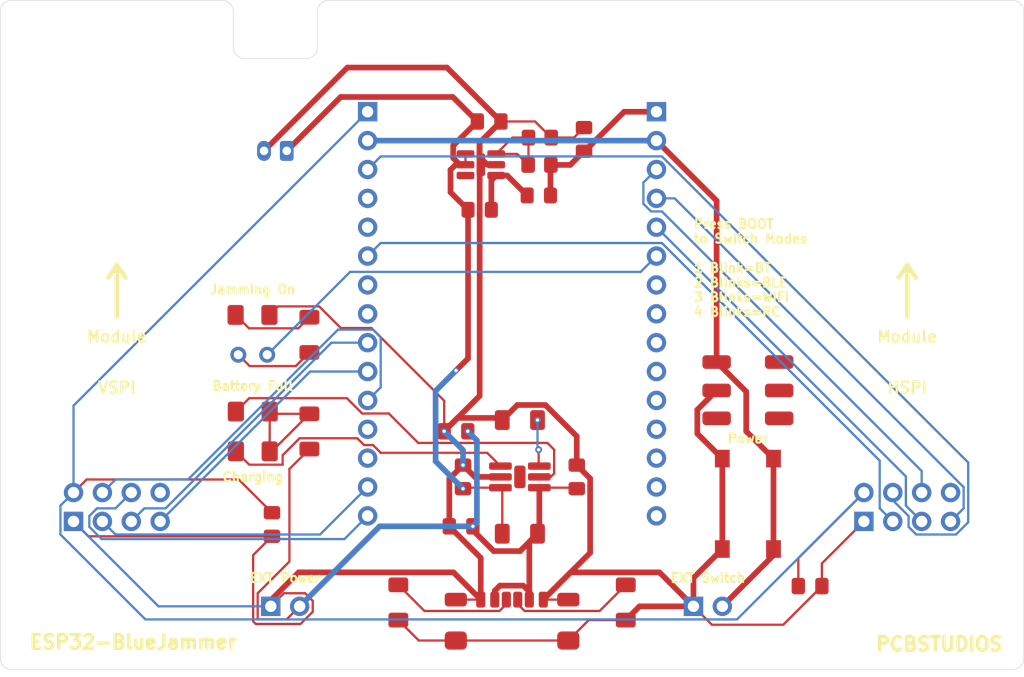
<source format=kicad_pcb>
(kicad_pcb (version 20241229) (generator "pcbnew") (generator_version "9.0")
  (title_block (date "2025-05-23"))
  (layers (0 "F.Cu" signal) (2 "B.Cu" signal) (13 "F.Paste" user) (15 "B.Paste" user) (5 "F.SilkS" user "F.Silkscreen") (7 "B.SilkS" user "B.Silkscreen") (1 "F.Mask" user) (3 "B.Mask" user) (25 "Edge.Cuts" user))
  (net 0 "")
  (net 1 "GND")
  (net 2 "TYPEC")
  (net 3 "5V")
  (net 4 "BAT+")
  (net 5 "3V3")
  (net 6 "Net-(D1-A)")
  (net 7 "Net-(D2-A)")
  (net 8 "STDBY")
  (net 9 "CHRG")
  (net 10 "Net-(D4-A)")
  (net 11 "GPIO22")
  (net 15 "GPIO19")
  (net 17 "GPIO18")
  (net 19 "GPIO21")
  (net 20 "GPIO23")
  (net 21 "GPIO16")
  (net 22 "GPIO15")
  (net 24 "Net-(JP1-A)")
  (net 25 "GPIO27")
  (net 26 "Net-(U5-PROG)")
  (net 27 "Net-(U1-FB)")
  (net 28 "Net-(Type-C1-CC1)")
  (net 29 "Net-(Type-C1-CC2)")
  (net 35 "GPIO14")
  (net 36 "GPIO12")
  (net 37 "GPIO13")
  (net 49 "ESPGND")
  (footprint "Other:R_1206_3216Metric" (layer "F.Cu") (at 126.69 103.86 90)
    (property "Reference" "R8" (hide yes))
    (property "Value" "R_Small")
    (pad "1" smd roundrect (at -1.55 0 90) (size 1.3 1.75) (layers "F.Cu" "F.Mask" "F.Paste") (roundrect_rratio 0.192308) (net 24 "Net-(JP1-A)"))
    (pad "2" smd roundrect (at 1.55 0 90) (size 1.3 1.75) (layers "F.Cu" "F.Mask" "F.Paste") (roundrect_rratio 0.192308) (net 6 "Net-(D1-A)"))
  )
  (footprint "Other:R_1206_3216Metric" (layer "F.Cu") (at 126.69 112.36 -90)
    (property "Reference" "R4" (hide yes))
    (property "Value" "1kΩ")
    (pad "1" smd roundrect (at -1.55 0 270) (size 1.3 1.75) (layers "F.Cu" "F.Mask" "F.Paste") (roundrect_rratio 0.192308) (net 7 "Net-(D2-A)"))
    (pad "2" smd roundrect (at 1.55 0 270) (size 1.3 1.75) (layers "F.Cu" "F.Mask" "F.Paste") (roundrect_rratio 0.192308) (net 2 "TYPEC"))
  )
  (footprint "RF_Module:nRF24L01_Breakout" (layer "F.Cu") (at 105.95 120.28 90)
    (property "Reference" "U3" (hide yes))
    (property "Value" "NRF24L01_2")
    (pad "1" thru_hole rect (at 0 0 90) (size 1.7 1.7) (drill 1) (layers "*.Cu" "*.Mask") (net 1 "GND"))
    (pad "2" thru_hole circle (at 2.54 0 90) (size 1.7 1.7) (drill 1) (layers "*.Cu" "*.Mask") (net 5 "3V3"))
    (pad "3" thru_hole circle (at 0 2.54 90) (size 1.7 1.7) (drill 1) (layers "*.Cu" "*.Mask") (net 11 "GPIO22"))
    (pad "4" thru_hole circle (at 2.54 2.54 90) (size 1.7 1.7) (drill 1) (layers "*.Cu" "*.Mask") (net 19 "GPIO21"))
    (pad "5" thru_hole circle (at 0 5.08 90) (size 1.7 1.7) (drill 1) (layers "*.Cu" "*.Mask") (net 17 "GPIO18"))
    (pad "6" thru_hole circle (at 2.54 5.08 90) (size 1.7 1.7) (drill 1) (layers "*.Cu" "*.Mask") (net 20 "GPIO23"))
    (pad "7" thru_hole circle (at 0 7.62 90) (size 1.7 1.7) (drill 1) (layers "*.Cu" "*.Mask") (net 15 "GPIO19"))
    (pad "8" thru_hole circle (at 2.54 7.62 90) (size 1.7 1.7) (drill 1) (layers "*.Cu" "*.Mask"))
  )
  (footprint "" (layer "F.Cu") (at 145.2 116.36)
    (property "Reference" "" (at 0 0 0) (layer "F.SilkS") (effects (font (size 1.27 1.27))))
    (property "Value" "")
    (pad "1" smd roundrect (at 0 0 90) (size 2 1) (layers "F.Cu" "F.Mask" "F.Paste"))
  )
  (footprint "Other:Button" (layer "F.Cu") (at 165.25 118.73 90)
    (property "Reference" "SW2" (hide yes))
    (property "Value" "SW_Push")
    (pad "1" smd rect (at -3.98 -2.25 90) (size 1.55 1.3) (layers "F.Cu" "F.Mask" "F.Paste") (net 1 "GND"))
    (pad "1" smd rect (at 3.98 -2.25 90) (size 1.55 1.3) (layers "F.Cu" "F.Mask" "F.Paste") (net 1 "GND"))
    (pad "2" smd rect (at -3.98 2.25 90) (size 1.55 1.3) (layers "F.Cu" "F.Mask" "F.Paste") (net 49 "ESPGND"))
    (pad "2" smd rect (at 3.98 2.25 90) (size 1.55 1.3) (layers "F.Cu" "F.Mask" "F.Paste") (net 49 "ESPGND"))
  )
  (footprint "Package_TO_SOT_SMD:SOT-23-6_Handsoldering" (layer "F.Cu") (at 141.765 88.89 180)
    (property "Reference" "U1" (hide yes))
    (property "Value" "MT3608")
    (pad "1" smd roundrect (at -1.35 -0.95 180) (size 1.56 0.65) (layers "F.Cu" "F.Mask" "F.Paste") (net 10 "Net-(D4-A)"))
    (pad "2" smd roundrect (at -1.35 0 180) (size 1.56 0.65) (layers "F.Cu" "F.Mask" "F.Paste") (net 1 "GND"))
    (pad "3" smd roundrect (at -1.35 0.95 180) (size 1.56 0.65) (layers "F.Cu" "F.Mask" "F.Paste") (net 27 "Net-(U1-FB)"))
    (pad "4" smd roundrect (at 1.35 0.95 180) (size 1.56 0.65) (layers "F.Cu" "F.Mask" "F.Paste") (net 4 "BAT+"))
    (pad "5" smd roundrect (at 1.35 0 180) (size 1.56 0.65) (layers "F.Cu" "F.Mask" "F.Paste") (net 4 "BAT+"))
    (pad "6" smd roundrect (at 1.35 -0.95 180) (size 1.56 0.65) (layers "F.Cu" "F.Mask" "F.Paste"))
  )
  (footprint "Resistor_SMD:R_0805_2012Metric_Pad1.20x1.40mm_HandSolder" (layer "F.Cu") (at 146.925 88.905)
    (property "Reference" "R7" (hide yes))
    (property "Value" "110k")
    (pad "1" smd roundrect (at -1 0) (size 1.2 1.4) (layers "F.Cu" "F.Mask" "F.Paste") (roundrect_rratio 0.208333) (net 27 "Net-(U1-FB)"))
    (pad "2" smd roundrect (at 1 0) (size 1.2 1.4) (layers "F.Cu" "F.Mask" "F.Paste") (roundrect_rratio 0.208333) (net 3 "5V"))
  )
  (footprint "Other:MSS-22D18 Slide Switch" (layer "F.Cu") (at 165.25 108.755)
    (property "Reference" "SW1" (hide yes))
    (property "Value" "SW_Slide_DPDT")
    (pad "1" smd roundrect (at -2.75 -2.5) (size 2.5 1.2) (layers "F.Cu" "F.Mask" "F.Paste") (net 49 "ESPGND"))
    (pad "2" smd roundrect (at -2.75 0) (size 2.5 1.2) (layers "F.Cu" "F.Mask" "F.Paste") (net 1 "GND"))
    (pad "3" smd roundrect (at -2.75 2.45) (size 2.5 1.2) (layers "F.Cu" "F.Mask" "F.Paste"))
    (pad "4" smd roundrect (at 2.75 -2.5) (size 2.5 1.2) (layers "F.Cu" "F.Mask" "F.Paste"))
    (pad "5" smd roundrect (at 2.75 0) (size 2.5 1.2) (layers "F.Cu" "F.Mask" "F.Paste"))
    (pad "6" smd roundrect (at 2.75 2.45) (size 2.5 1.2) (layers "F.Cu" "F.Mask" "F.Paste"))
  )
  (footprint "Other:Cap_0805_2012Metric" (layer "F.Cu") (at 140.2 116.36 -90)
    (property "Reference" "C9" (hide yes))
    (property "Value" "10µF")
    (pad "1" smd roundrect (at -1.0375 0 270) (size 1.175 1.45) (layers "F.Cu" "F.Mask" "F.Paste") (roundrect_rratio 0.212766) (net 1 "GND"))
    (pad "2" smd roundrect (at 1.0375 0 270) (size 1.175 1.45) (layers "F.Cu" "F.Mask" "F.Paste") (roundrect_rratio 0.212766) (net 4 "BAT+"))
  )
  (footprint "LED_SMD:LED_1206_3216Metric_Pad1.42x1.75mm_HandSolder" (layer "F.Cu") (at 121.7125 114.11)
    (property "Reference" "D3" (hide yes))
    (property "Value" "Red LED")
    (pad "1" smd roundrect (at -1.4875 0) (size 1.425 1.75) (layers "F.Cu" "F.Mask" "F.Paste") (roundrect_rratio 0.175439) (net 9 "CHRG"))
    (pad "2" smd roundrect (at 1.4875 0) (size 1.425 1.75) (layers "F.Cu" "F.Mask" "F.Paste") (roundrect_rratio 0.175439) (net 7 "Net-(D2-A)"))
  )
  (footprint "Inductor_SMD:L_0805_2012Metric_Pad1.15x1.40mm_HandSolder" (layer "F.Cu") (at 141.665 92.855)
    (property "Reference" "L1" (hide yes))
    (property "Value" "4.7µH")
    (pad "1" smd roundrect (at -1.025 0) (size 1.15 1.4) (layers "F.Cu" "F.Mask" "F.Paste") (roundrect_rratio 0.217391) (net 4 "BAT+"))
    (pad "2" smd roundrect (at 1.025 0) (size 1.15 1.4) (layers "F.Cu" "F.Mask" "F.Paste") (roundrect_rratio 0.217391) (net 10 "Net-(D4-A)"))
  )
  (footprint "Other:Cap_0805_2012Metric" (layer "F.Cu") (at 142.495 85.085)
    (property "Reference" "C6" (hide yes))
    (property "Value" "22µF")
    (pad "1" smd roundrect (at -1.0375 0) (size 1.175 1.45) (layers "F.Cu" "F.Mask" "F.Paste") (roundrect_rratio 0.212766) (net 4 "BAT+"))
    (pad "2" smd roundrect (at 1.0375 0) (size 1.175 1.45) (layers "F.Cu" "F.Mask" "F.Paste") (roundrect_rratio 0.212766) (net 1 "GND"))
  )
  (footprint "Other:R_1206_3216Metric" (layer "F.Cu") (at 134.51 127.41 90)
    (property "Reference" "R9" (hide yes))
    (property "Value" "5.1kΩ")
    (pad "1" smd roundrect (at -1.55 0 90) (size 1.3 1.75) (layers "F.Cu" "F.Mask" "F.Paste") (roundrect_rratio 0.192308) (net 1 "GND"))
    (pad "2" smd roundrect (at 1.55 0 90) (size 1.3 1.75) (layers "F.Cu" "F.Mask" "F.Paste") (roundrect_rratio 0.192308) (net 28 "Net-(Type-C1-CC1)"))
  )
  (footprint "Other:Cap_0805_2012Metric" (layer "F.Cu") (at 170.72 125.97 180)
    (property "Reference" "C7" (hide yes))
    (property "Value" "10µF")
    (pad "1" smd roundrect (at -1.0375 0 180) (size 1.175 1.45) (layers "F.Cu" "F.Mask" "F.Paste") (roundrect_rratio 0.212766) (net 1 "GND"))
    (pad "2" smd roundrect (at 1.0375 0 180) (size 1.175 1.45) (layers "F.Cu" "F.Mask" "F.Paste") (roundrect_rratio 0.212766) (net 5 "3V3"))
  )
  (footprint "Connector_PinHeader_2.54mm:PinHeader_1x02_P2.54mm_Vertical" (layer "F.Cu") (at 160.463 127.75 90)
    (property "Reference" "J1" (hide yes))
    (property "Value" "Conn_01x02_Pin")
    (pad "1" thru_hole rect (at 0 0 90) (size 1.7 1.7) (drill 1) (layers "*.Cu" "*.Mask") (net 1 "GND"))
    (pad "2" thru_hole circle (at 0 2.54 90) (size 1.7 1.7) (drill 1) (layers "*.Cu" "*.Mask") (net 49 "ESPGND"))
  )
  (footprint "LED_SMD:LED_1206_3216Metric_Pad1.42x1.75mm_HandSolder" (layer "F.Cu") (at 121.69 102.11 180)
    (property "Reference" "D1" (hide yes))
    (property "Value" "Blue LED")
    (pad "1" smd roundrect (at -1.4875 0 180) (size 1.425 1.75) (layers "F.Cu" "F.Mask" "F.Paste") (roundrect_rratio 0.175439) (net 1 "GND"))
    (pad "2" smd roundrect (at 1.4875 0 180) (size 1.425 1.75) (layers "F.Cu" "F.Mask" "F.Paste") (roundrect_rratio 0.175439) (net 6 "Net-(D1-A)"))
  )
  (footprint "Other:Cap_0805_2012Metric" (layer "F.Cu") (at 140.03 120.7075 180)
    (property "Reference" "C4" (hide yes))
    (property "Value" "22µF")
    (pad "1" smd roundrect (at -1.0375 0 180) (size 1.175 1.45) (layers "F.Cu" "F.Mask" "F.Paste") (roundrect_rratio 0.212766) (net 2 "TYPEC"))
    (pad "2" smd roundrect (at 1.0375 0 180) (size 1.175 1.45) (layers "F.Cu" "F.Mask" "F.Paste") (roundrect_rratio 0.212766) (net 1 "GND"))
  )
  (footprint "Package_TO_SOT_SMD:TSOT-23-6_HandSoldering" (layer "F.Cu") (at 145.2 116.36)
    (property "Reference" "U5" (hide yes))
    (property "Value" "TP4057")
    (pad "1" smd roundrect (at -1.71 -0.95) (size 2 0.65) (layers "F.Cu" "F.Mask" "F.Paste") (net 9 "CHRG"))
    (pad "2" smd roundrect (at -1.71 0) (size 2 0.65) (layers "F.Cu" "F.Mask" "F.Paste") (net 1 "GND"))
    (pad "3" smd roundrect (at -1.71 0.95) (size 2 0.65) (layers "F.Cu" "F.Mask" "F.Paste") (net 4 "BAT+"))
    (pad "4" smd roundrect (at 1.71 0.95) (size 2 0.65) (layers "F.Cu" "F.Mask" "F.Paste") (net 2 "TYPEC"))
    (pad "5" smd roundrect (at 1.71 0) (size 2 0.65) (layers "F.Cu" "F.Mask" "F.Paste") (net 8 "STDBY"))
    (pad "6" smd roundrect (at 1.71 -0.95) (size 2 0.65) (layers "F.Cu" "F.Mask" "F.Paste") (net 26 "Net-(U5-PROG)"))
  )
  (footprint "Other:Cap_0805_2012Metric" (layer "F.Cu") (at 150.2 116.36 90)
    (property "Reference" "C3" (hide yes))
    (property "Value" "10µF")
    (pad "1" smd roundrect (at -1.0375 0 90) (size 1.175 1.45) (layers "F.Cu" "F.Mask" "F.Paste") (roundrect_rratio 0.212766) (net 2 "TYPEC"))
    (pad "2" smd roundrect (at 1.0375 0 90) (size 1.175 1.45) (layers "F.Cu" "F.Mask" "F.Paste") (roundrect_rratio 0.212766) (net 1 "GND"))
  )
  (footprint "Other:Cap_0805_2012Metric" (layer "F.Cu") (at 139.58 112.3475)
    (property "Reference" "C10" (hide yes))
    (property "Value" "1µF")
    (pad "1" smd roundrect (at -1.0375 0) (size 1.175 1.45) (layers "F.Cu" "F.Mask" "F.Paste") (roundrect_rratio 0.212766) (net 1 "GND"))
    (pad "2" smd roundrect (at 1.0375 0) (size 1.175 1.45) (layers "F.Cu" "F.Mask" "F.Paste") (roundrect_rratio 0.212766) (net 2 "TYPEC"))
  )
  (footprint "Connector_JST:JST_PH_S2B-PH-K_1x02_P2.00mm_Horizontal" (layer "F.Cu") (at 124.7 87.67 180)
    (property "Reference" "J2" (hide yes))
    (property "Value" "Conn_01x02_Socket")
    (pad "1" thru_hole roundrect (at 0 0 180) (size 1.2 1.75) (drill 0.75) (layers "*.Cu" "*.Mask") (roundrect_rratio 0.208333) (net 4 "BAT+"))
    (pad "2" thru_hole oval (at 2 0 180) (size 1.2 1.75) (drill 0.75) (layers "*.Cu" "*.Mask") (net 1 "GND"))
  )
  (footprint "LED_SMD:LED_1206_3216Metric_Pad1.42x1.75mm_HandSolder" (layer "F.Cu") (at 121.7125 110.61)
    (property "Reference" "D2" (hide yes))
    (property "Value" "Green LED")
    (pad "1" smd roundrect (at -1.4875 0) (size 1.425 1.75) (layers "F.Cu" "F.Mask" "F.Paste") (roundrect_rratio 0.175439) (net 8 "STDBY"))
    (pad "2" smd roundrect (at 1.4875 0) (size 1.425 1.75) (layers "F.Cu" "F.Mask" "F.Paste") (roundrect_rratio 0.175439) (net 7 "Net-(D2-A)"))
  )
  (footprint "Resistor_SMD:R_0805_2012Metric_Pad1.20x1.40mm_HandSolder" (layer "F.Cu") (at 146.955 86.505 180)
    (property "Reference" "R11" (hide yes))
    (property "Value" "15k")
    (pad "1" smd roundrect (at -1 0 180) (size 1.2 1.4) (layers "F.Cu" "F.Mask" "F.Paste") (roundrect_rratio 0.208333) (net 1 "GND"))
    (pad "2" smd roundrect (at 1 0 180) (size 1.2 1.4) (layers "F.Cu" "F.Mask" "F.Paste") (roundrect_rratio 0.208333) (net 27 "Net-(U1-FB)"))
  )
  (footprint "Other:Cap_0805_2012Metric" (layer "F.Cu") (at 123.4 120.55 90)
    (property "Reference" "C8" (hide yes))
    (property "Value" "10µF")
    (pad "1" smd roundrect (at -1.0375 0 90) (size 1.175 1.45) (layers "F.Cu" "F.Mask" "F.Paste") (roundrect_rratio 0.212766) (net 1 "GND"))
    (pad "2" smd roundrect (at 1.0375 0 90) (size 1.175 1.45) (layers "F.Cu" "F.Mask" "F.Paste") (roundrect_rratio 0.212766) (net 5 "3V3"))
  )
  (footprint "" (layer "F.Cu") (at 141.765 88.89)
    (property "Reference" "" (at 0 0 0) (layer "F.SilkS") (effects (font (size 1.27 1.27))))
    (property "Value" "")
    (pad "1" smd roundrect (at 0 0 90) (size 2 0.74) (layers "F.Cu" "F.Mask" "F.Paste") (net 1 "GND"))
  )
  (footprint "Other:R_1206_3216Metric" (layer "F.Cu") (at 154.51 127.41 -90)
    (property "Reference" "R10" (hide yes))
    (property "Value" "5.1kΩ")
    (pad "1" smd roundrect (at -1.55 0 270) (size 1.3 1.75) (layers "F.Cu" "F.Mask" "F.Paste") (roundrect_rratio 0.192308) (net 29 "Net-(Type-C1-CC2)"))
    (pad "2" smd roundrect (at 1.55 0 270) (size 1.3 1.75) (layers "F.Cu" "F.Mask" "F.Paste") (roundrect_rratio 0.192308) (net 1 "GND"))
  )
  (footprint "Other:Cap_0805_2012Metric" (layer "F.Cu") (at 150.84 86.66 -90)
    (property "Reference" "C5" (hide yes))
    (property "Value" "22µF")
    (pad "1" smd roundrect (at -1.0375 0 270) (size 1.175 1.45) (layers "F.Cu" "F.Mask" "F.Paste") (roundrect_rratio 0.212766) (net 1 "GND"))
    (pad "2" smd roundrect (at 1.0375 0 270) (size 1.175 1.45) (layers "F.Cu" "F.Mask" "F.Paste") (roundrect_rratio 0.212766) (net 3 "5V"))
  )
  (footprint "TestPoint:TestPoint_2Pads_Pitch2.54mm_Drill0.8mm" (layer "F.Cu") (at 120.44 105.61)
    (property "Reference" "JP1" (hide yes))
    (property "Value" "Jumper_2_Open")
    (pad "1" thru_hole circle (at 0 0) (size 1.4 1.4) (drill 0.8) (layers "*.Cu" "*.Mask") (net 24 "Net-(JP1-A)"))
    (pad "2" thru_hole circle (at 2.54 0) (size 1.4 1.4) (drill 0.8) (layers "*.Cu" "*.Mask") (net 25 "GPIO27"))
  )
  (footprint "Other:R_1206_3216Metric" (layer "F.Cu") (at 145.2 111.36)
    (property "Reference" "R6" (hide yes))
    (property "Value" "1.6kΩ")
    (pad "1" smd roundrect (at -1.55 0) (size 1.3 1.75) (layers "F.Cu" "F.Mask" "F.Paste") (roundrect_rratio 0.192308) (net 1 "GND"))
    (pad "2" smd roundrect (at 1.55 0) (size 1.3 1.75) (layers "F.Cu" "F.Mask" "F.Paste") (roundrect_rratio 0.192308) (net 26 "Net-(U5-PROG)"))
  )
  (footprint "Diode_SMD:D_0805_2012Metric_Pad1.15x1.40mm_HandSolder" (layer "F.Cu") (at 146.865 91.595 180)
    (property "Reference" "D4" (hide yes))
    (property "Value" "D")
    (pad "1" smd roundrect (at -1.025 0 180) (size 1.15 1.4) (layers "F.Cu" "F.Mask" "F.Paste") (roundrect_rratio 0.217391) (net 3 "5V"))
    (pad "2" smd roundrect (at 1.025 0 180) (size 1.15 1.4) (layers "F.Cu" "F.Mask" "F.Paste") (roundrect_rratio 0.217391) (net 10 "Net-(D4-A)"))
  )
  (footprint "Connector_PinHeader_2.54mm:PinHeader_1x02_P2.54mm_Vertical" (layer "F.Cu") (at 123.295 127.75 90)
    (property "Reference" "J3" (hide yes))
    (property "Value" "Conn_01x02_Pin")
    (pad "1" thru_hole rect (at 0 0 90) (size 1.7 1.7) (drill 1) (layers "*.Cu" "*.Mask") (net 1 "GND"))
    (pad "2" thru_hole circle (at 0 2.54 90) (size 1.7 1.7) (drill 1) (layers "*.Cu" "*.Mask") (net 2 "TYPEC"))
  )
  (footprint "Other:R_1206_3216Metric" (layer "F.Cu") (at 145.2 121.36)
    (property "Reference" "R5" (hide yes))
    (property "Value" "100kΩ")
    (pad "1" smd roundrect (at -1.55 0) (size 1.3 1.75) (layers "F.Cu" "F.Mask" "F.Paste") (roundrect_rratio 0.192308) (net 4 "BAT+"))
    (pad "2" smd roundrect (at 1.55 0) (size 1.3 1.75) (layers "F.Cu" "F.Mask" "F.Paste") (roundrect_rratio 0.192308) (net 2 "TYPEC"))
  )
  (footprint "Other:30 Pin ESP32 Dev Board" (layer "F.Cu") (at 144.51 102.01)
    (property "Reference" "ESP1" (hide yes))
    (property "Value" "~")
    (pad "1" thru_hole rect (at -12.7 -17.78) (size 1.7 1.7) (drill 1) (layers "*.Cu" "*.Mask") (net 5 "3V3"))
    (pad "2" thru_hole circle (at -12.7 -15.24) (size 1.7 1.7) (drill 1) (layers "*.Cu" "*.Mask") (net 49 "ESPGND"))
    (pad "3" thru_hole circle (at -12.7 -12.7) (size 1.7 1.7) (drill 1) (layers "*.Cu" "*.Mask") (net 22 "GPIO15"))
    (pad "4" thru_hole circle (at -12.7 -10.16) (size 1.7 1.7) (drill 1) (layers "*.Cu" "*.Mask"))
    (pad "5" thru_hole circle (at -12.7 -7.62) (size 1.7 1.7) (drill 1) (layers "*.Cu" "*.Mask"))
    (pad "6" thru_hole circle (at -12.7 -5.08) (size 1.7 1.7) (drill 1) (layers "*.Cu" "*.Mask") (net 21 "GPIO16"))
    (pad "7" thru_hole circle (at -12.7 -2.54) (size 1.7 1.7) (drill 1) (layers "*.Cu" "*.Mask"))
    (pad "8" thru_hole circle (at -12.7 0) (size 1.7 1.7) (drill 1) (layers "*.Cu" "*.Mask"))
    (pad "9" thru_hole circle (at -12.7 2.54) (size 1.7 1.7) (drill 1) (layers "*.Cu" "*.Mask") (net 17 "GPIO18"))
    (pad "10" thru_hole circle (at -12.7 5.08) (size 1.7 1.7) (drill 1) (layers "*.Cu" "*.Mask") (net 15 "GPIO19"))
    (pad "11" thru_hole circle (at -12.7 7.62) (size 1.7 1.7) (drill 1) (layers "*.Cu" "*.Mask") (net 19 "GPIO21"))
    (pad "12" thru_hole circle (at -12.7 10.16) (size 1.7 1.7) (drill 1) (layers "*.Cu" "*.Mask"))
    (pad "13" thru_hole circle (at -12.7 12.7) (size 1.7 1.7) (drill 1) (layers "*.Cu" "*.Mask"))
    (pad "14" thru_hole circle (at -12.7 15.24) (size 1.7 1.7) (drill 1) (layers "*.Cu" "*.Mask") (net 11 "GPIO22"))
    (pad "15" thru_hole circle (at -12.7 17.78) (size 1.7 1.7) (drill 1) (layers "*.Cu" "*.Mask") (net 20 "GPIO23"))
    (pad "16" thru_hole rect (at 12.7 -17.78) (size 1.7 1.7) (drill 1) (layers "*.Cu" "*.Mask") (net 3 "5V"))
    (pad "17" thru_hole circle (at 12.7 -15.24) (size 1.7 1.7) (drill 1) (layers "*.Cu" "*.Mask") (net 49 "ESPGND"))
    (pad "18" thru_hole circle (at 12.7 -12.7) (size 1.7 1.7) (drill 1) (layers "*.Cu" "*.Mask") (net 37 "GPIO13"))
    (pad "19" thru_hole circle (at 12.7 -10.16) (size 1.7 1.7) (drill 1) (layers "*.Cu" "*.Mask") (net 36 "GPIO12"))
    (pad "20" thru_hole circle (at 12.7 -7.62) (size 1.7 1.7) (drill 1) (layers "*.Cu" "*.Mask") (net 35 "GPIO14"))
    (pad "21" thru_hole circle (at 12.7 -5.08) (size 1.7 1.7) (drill 1) (layers "*.Cu" "*.Mask") (net 25 "GPIO27"))
    (pad "22" thru_hole circle (at 12.7 -2.54) (size 1.7 1.7) (drill 1) (layers "*.Cu" "*.Mask"))
    (pad "23" thru_hole circle (at 12.7 0) (size 1.7 1.7) (drill 1) (layers "*.Cu" "*.Mask"))
    (pad "24" thru_hole circle (at 12.7 2.54) (size 1.7 1.7) (drill 1) (layers "*.Cu" "*.Mask"))
    (pad "25" thru_hole circle (at 12.7 5.08) (size 1.7 1.7) (drill 1) (layers "*.Cu" "*.Mask"))
    (pad "26" thru_hole circle (at 12.7 7.62) (size 1.7 1.7) (drill 1) (layers "*.Cu" "*.Mask"))
    (pad "27" thru_hole circle (at 12.7 10.16) (size 1.7 1.7) (drill 1) (layers "*.Cu" "*.Mask"))
    (pad "28" thru_hole circle (at 12.7 12.7) (size 1.7 1.7) (drill 1) (layers "*.Cu" "*.Mask"))
    (pad "29" thru_hole circle (at 12.7 15.24) (size 1.7 1.7) (drill 1) (layers "*.Cu" "*.Mask"))
    (pad "30" thru_hole circle (at 12.7 17.78) (size 1.7 1.7) (drill 1) (layers "*.Cu" "*.Mask"))
  )
  (footprint "RF_Module:nRF24L01_Breakout" (layer "F.Cu") (at 175.45 120.28 90)
    (property "Reference" "U2" (hide yes))
    (property "Value" "NRF24L01_1")
    (pad "1" thru_hole rect (at 0 0 90) (size 1.7 1.7) (drill 1) (layers "*.Cu" "*.Mask") (net 1 "GND"))
    (pad "2" thru_hole circle (at 2.54 0 90) (size 1.7 1.7) (drill 1) (layers "*.Cu" "*.Mask") (net 5 "3V3"))
    (pad "3" thru_hole circle (at 0 2.54 90) (size 1.7 1.7) (drill 1) (layers "*.Cu" "*.Mask") (net 21 "GPIO16"))
    (pad "4" thru_hole circle (at 2.54 2.54 90) (size 1.7 1.7) (drill 1) (layers "*.Cu" "*.Mask") (net 22 "GPIO15"))
    (pad "5" thru_hole circle (at 0 5.08 90) (size 1.7 1.7) (drill 1) (layers "*.Cu" "*.Mask") (net 35 "GPIO14"))
    (pad "6" thru_hole circle (at 2.54 5.08 90) (size 1.7 1.7) (drill 1) (layers "*.Cu" "*.Mask") (net 37 "GPIO13"))
    (pad "7" thru_hole circle (at 0 7.62 90) (size 1.7 1.7) (drill 1) (layers "*.Cu" "*.Mask") (net 36 "GPIO12"))
    (pad "8" thru_hole circle (at 2.54 7.62 90) (size 1.7 1.7) (drill 1) (layers "*.Cu" "*.Mask"))
  )
  (footprint "Other:SMD Type-C Port" (layer "F.Cu") (at 144.51 128.91)
    (property "Reference" "Type-C1" (hide yes))
    (property "Value" "~")
    (pad "1" smd roundrect (at -4.945 -1.75) (size 1.95 1.2) (layers "F.Cu" "F.Mask" "F.Paste") (net 1 "GND"))
    (pad "1" smd roundrect (at -4.945 1.85) (size 1.95 1.6) (layers "F.Cu" "F.Mask" "F.Paste") (net 1 "GND"))
    (pad "1" smd roundrect (at -2.75 -1.75) (size 0.8 1.4) (layers "F.Cu" "F.Mask" "F.Paste") (net 1 "GND"))
    (pad "1" smd roundrect (at 2.75 -1.75) (size 0.8 1.4) (layers "F.Cu" "F.Mask" "F.Paste") (net 1 "GND"))
    (pad "1" smd roundrect (at 4.945 -1.75) (size 1.95 1.2) (layers "F.Cu" "F.Mask" "F.Paste") (net 1 "GND"))
    (pad "1" smd roundrect (at 4.945 1.85) (size 1.95 1.6) (layers "F.Cu" "F.Mask" "F.Paste") (net 1 "GND"))
    (pad "2" smd roundrect (at -1.52 -1.75) (size 0.8 1.4) (layers "F.Cu" "F.Mask" "F.Paste") (net 2 "TYPEC"))
    (pad "2" smd roundrect (at 1.52 -1.75) (size 0.8 1.4) (layers "F.Cu" "F.Mask" "F.Paste") (net 2 "TYPEC"))
    (pad "3" smd roundrect (at -0.5 -1.75) (size 0.8 1.4) (layers "F.Cu" "F.Mask" "F.Paste") (net 28 "Net-(Type-C1-CC1)"))
    (pad "4" smd roundrect (at 0.5 -1.75) (size 0.8 1.4) (layers "F.Cu" "F.Mask" "F.Paste") (net 29 "Net-(Type-C1-CC2)"))
  )
  (gr_arc (start 119 74.42) (mid 119.707107 74.712893) (end 120 75.42) (stroke (width 0.05)) (layer "Edge.Cuts"))
  (gr_arc (start 100.51 133.33) (mid 99.802893 133.037107) (end 99.51 132.33) (stroke (width 0.05)) (layer "Edge.Cuts"))
  (gr_arc (start 99.51 75.42) (mid 99.802893 74.712893) (end 100.51 74.42) (stroke (width 0.05)) (layer "Edge.Cuts"))
  (gr_arc (start 189.51 132.33) (mid 189.217107 133.037107) (end 188.51 133.33) (stroke (width 0.05)) (layer "Edge.Cuts"))
  (gr_arc (start 127.4 75.42) (mid 127.692893 74.712893) (end 128.4 74.42) (stroke (width 0.05)) (layer "Edge.Cuts"))
  (gr_line (start 189.51 132.33) (end 189.51 75.42) (stroke (width 0.05)) (layer "Edge.Cuts"))
  (gr_line (start 119 74.42) (end 100.51 74.42) (stroke (width 0.05)) (layer "Edge.Cuts"))
  (gr_arc (start 121 79.55) (mid 120.292893 79.257107) (end 120 78.55) (stroke (width 0.05)) (layer "Edge.Cuts"))
  (gr_arc (start 127.4 78.55) (mid 127.107107 79.257107) (end 126.4 79.55) (stroke (width 0.05)) (layer "Edge.Cuts"))
  (gr_line (start 120 75.42) (end 120 78.55) (stroke (width 0.05)) (layer "Edge.Cuts"))
  (gr_line (start 188.51 74.42) (end 128.4 74.42) (stroke (width 0.05)) (layer "Edge.Cuts"))
  (gr_line (start 100.51 133.33) (end 188.51 133.33) (stroke (width 0.05)) (layer "Edge.Cuts"))
  (gr_line (start 99.51 75.42) (end 99.51 132.33) (stroke (width 0.05)) (layer "Edge.Cuts"))
  (gr_line (start 127.4 75.42) (end 127.4 78.55) (stroke (width 0.05)) (layer "Edge.Cuts"))
  (gr_arc (start 188.51 74.42) (mid 189.217107 74.712893) (end 189.51 75.42) (stroke (width 0.05)) (layer "Edge.Cuts"))
  (gr_line (start 126.4 79.55) (end 121 79.55) (stroke (width 0.05)) (layer "Edge.Cuts"))
  (gr_text "HSPI" (at 179.26 108.51 0) (layer "F.SilkS") (effects (font (size 1 1) (thickness 0.2) (bold yes))))
  (gr_text "EXT Power" (at 124.57 125.25 0) (layer "F.SilkS") (effects (font (size 0.8 0.8) (thickness 0.1875) (bold yes))))
  (gr_text "VSPI" (at 109.76 108.51 0) (layer "F.SilkS") (effects (font (size 1 1) (thickness 0.2) (bold yes))))
  (gr_text "Battery Full" (at 121.7125 108.36 0) (layer "F.SilkS") (effects (font (size 0.8 0.8) (thickness 0.1875) (bold yes))))
  (gr_text "↑" (at 109.76 99.51 0) (layer "F.SilkS") (effects (font (size 6 4) (thickness 0.4))))
  (gr_text "Power" (at 165.25 112.98 0) (layer "F.SilkS") (effects (font (size 0.8 0.8) (thickness 0.1875) (bold yes))))
  (gr_text "Module" (at 179.26 104.01 0) (layer "F.SilkS") (effects (font (size 1 1) (thickness 0.2) (bold yes))))
  (gr_text "ESP32-BlueJammer" (at 111.18 130.9 0) (layer "F.SilkS") (effects (font (size 1.2 1.2) (thickness 0.3) (bold yes))))
  (gr_text "Module" (at 109.76 104.01 0) (layer "F.SilkS") (effects (font (size 1 1) (thickness 0.2) (bold yes))))
  (gr_text "PCBSTUDIOS" (at 182.08 131.07 0) (layer "F.SilkS") (effects (font (size 1.2 1.2) (thickness 0.3) (bold yes))))
  (gr_text "Charging" (at 121.7125 116.36 0) (layer "F.SilkS") (effects (font (size 0.8 0.8) (thickness 0.1875) (bold yes))))
  (gr_text "Press BOOT \nto Switch Modes\n\n1 Blink=BT\n2 Blinks=BLE\n3 Blinks=WiFi\n4 Blinks=RC" (at 160.4 97.97 0) (layer "F.SilkS") (effects (font (size 0.8 0.8) (thickness 0.1875) (bold yes)) (justify left)))
  (gr_text "EXT Switch" (at 161.738 125.25 0) (layer "F.SilkS") (effects (font (size 0.8 0.8) (thickness 0.1875) (bold yes))))
  (gr_text "↑" (at 179.26 99.51 0) (layer "F.SilkS") (effects (font (size 6 4) (thickness 0.4))))
  (gr_text "Jamming On" (at 121.7125 99.86 0) (layer "F.SilkS") (effects (font (size 0.8 0.8) (thickness 0.1875) (bold yes))))
  (segment (start 143.115 88.89) (end 142.335001 88.89) (width 0.5) (layer "F.Cu") (net 1))
  (segment (start 141.665 109.225) (end 138.5425 112.3475) (width 0.5) (layer "F.Cu") (net 1))
  (segment (start 160.463 125.247) (end 163 122.71) (width 0.5) (layer "F.Cu") (net 1))
  (segment (start 107.2575 121.5875) (end 105.95 120.28) (width 0.2) (layer "F.Cu") (net 1))
  (segment (start 138.9925 120.7075) (end 138.9925 116.53) (width 0.5) (layer "F.Cu") (net 1))
  (segment (start 155.72 127.75) (end 154.51 128.96) (width 0.5) (layer "F.Cu") (net 1))
  (segment (start 163 114.75) (end 160.799 112.549) (width 0.5) (layer "F.Cu") (net 1))
  (segment (start 139.565 130.76) (end 136.31 130.76) (width 0.2) (layer "F.Cu") (net 1))
  (segment (start 121.743 129.0671) (end 121.9779 129.302) (width 0.2) (layer "F.Cu") (net 1))
  (segment (start 143.6115 111.3215) (end 143.65 111.36) (width 0.2) (layer "F.Cu") (net 1))
  (segment (start 125.751 124.759) (end 123.295 127.215) (width 0.5) (layer "F.Cu") (net 1))
  (segment (start 140.2 115.3225) (end 141.2375 116.36) (width 0.5) (layer "F.Cu") (net 1))
  (segment (start 151.376 116.4985) (end 150.2 115.3225) (width 0.5) (layer "F.Cu") (net 1))
  (segment (start 149.9575 86.505) (end 150.84 85.6225) (width 0.2) (layer "F.Cu") (net 1))
  (segment (start 151.376 123.044) (end 151.376 116.4985) (width 0.5) (layer "F.Cu") (net 1))
  (segment (start 125.91076 129.302) (end 126.986 128.22676) (width 0.2) (layer "F.Cu") (net 1))
  (segment (start 147.955 86.505) (end 149.9575 86.505) (width 0.2) (layer "F.Cu") (net 1))
  (segment (start 141.76 127.16) (end 139.359 124.759) (width 0.5) (layer "F.Cu") (net 1))
  (segment (start 154.51 128.96) (end 151.255 128.96) (width 0.2) (layer "F.Cu") (net 1))
  (segment (start 126.986 128.22676) (end 126.986 127.27324) (width 0.2) (layer "F.Cu") (net 1))
  (segment (start 126.31176 126.599) (end 124.446 126.599) (width 0.2) (layer "F.Cu") (net 1))
  (segment (start 150.2 112.786708) (end 147.447292 110.034) (width 0.5) (layer "F.Cu") (net 1))
  (segment (start 142.335001 88.89) (end 141.646 88.200999) (width 0.5) (layer "F.Cu") (net 1))
  (segment (start 138.5425 112.3475) (end 139.7185 111.1715) (width 0.5) (layer "F.Cu") (net 1))
  (segment (start 171.7575 125.97) (end 171.7575 123.9725) (width 0.2) (layer "F.Cu") (net 1))
  (segment (start 121.743 123.2445) (end 121.743 129.0671) (width 0.2) (layer "F.Cu") (net 1))
  (segment (start 163.003 122.713) (end 163 122.71) (width 0.2) (layer "F.Cu") (net 1))
  (segment (start 138.9925 120.7225) (end 141.76 123.49) (width 0.5) (layer "F.Cu") (net 1))
  (segment (start 139.565 130.76) (end 149.455 130.76) (width 0.2) (layer "F.Cu") (net 1))
  (segment (start 160.463 127.75) (end 155.72 127.75) (width 0.5) (layer "F.Cu") (net 1))
  (segment (start 149.455 127.16) (end 147.26 127.16) (width 0.2) (layer "F.Cu") (net 1))
  (segment (start 157.472 124.759) (end 160.463 127.75) (width 0.5) (layer "F.Cu") (net 1))
  (segment (start 129.45216 103.261) (end 132.14876 103.261) (width 0.2) (layer "F.Cu") (net 1))
  (segment (start 151.255 128.96) (end 149.455 130.76) (width 0.2) (layer "F.Cu") (net 1))
  (segment (start 141.76 123.49) (end 141.76 127.16) (width 0.5) (layer "F.Cu") (net 1))
  (segment (start 123.4 121.5875) (end 121.743 123.2445) (width 0.2) (layer "F.Cu") (net 1))
  (segment (start 144.976 110.034) (end 143.65 111.36) (width 0.5) (layer "F.Cu") (net 1))
  (segment (start 168.3575 129.37) (end 162.083 129.37) (width 0.2) (layer "F.Cu") (net 1))
  (segment (start 141.665 86.9525) (end 141.665 109.225) (width 0.5) (layer "F.Cu") (net 1))
  (segment (start 141.2375 116.36) (end 143.49 116.36) (width 0.5) (layer "F.Cu") (net 1))
  (segment (start 143.5325 85.085) (end 146.535 85.085) (width 0.2) (layer "F.Cu") (net 1))
  (segment (start 121.9779 129.302) (end 125.91076 129.302) (width 0.2) (layer "F.Cu") (net 1))
  (segment (start 127.55016 101.359) (end 129.45216 103.261) (width 0.2) (layer "F.Cu") (net 1))
  (segment (start 123.4 121.5875) (end 107.2575 121.5875) (width 0.2) (layer "F.Cu") (net 1))
  (segment (start 171.7575 123.9725) (end 175.45 120.28) (width 0.2) (layer "F.Cu") (net 1))
  (segment (start 139.7185 111.1715) (end 143.4615 111.1715) (width 0.5) (layer "F.Cu") (net 1))
  (segment (start 171.7575 125.97) (end 168.3575 129.37) (width 0.2) (layer "F.Cu") (net 1))
  (segment (start 143.4615 111.1715) (end 143.65 111.36) (width 0.5) (layer "F.Cu") (net 1))
  (segment (start 139.359 124.759) (end 125.751 124.759) (width 0.5) (layer "F.Cu") (net 1))
  (segment (start 160.463 127.75) (end 160.463 125.247) (width 0.5) (layer "F.Cu") (net 1))
  (segment (start 136.31 130.76) (end 134.51 128.96) (width 0.2) (layer "F.Cu") (net 1))
  (segment (start 138.9925 116.53) (end 140.2 115.3225) (width 0.5) (layer "F.Cu") (net 1))
  (segment (start 123.295 127.215) (end 123.295 127.75) (width 0.5) (layer "F.Cu") (net 1))
  (segment (start 160.799 112.549) (end 160.799 110.456) (width 0.5) (layer "F.Cu") (net 1))
  (segment (start 138.7875 80.34) (end 143.5325 85.085) (width 0.5) (layer "F.Cu") (net 1))
  (segment (start 149.661 124.759) (end 157.472 124.759) (width 0.5) (layer "F.Cu") (net 1))
  (segment (start 160.799 110.456) (end 162.5 108.755) (width 0.5) (layer "F.Cu") (net 1))
  (segment (start 123.9285 101.359) (end 127.55016 101.359) (width 0.2) (layer "F.Cu") (net 1))
  (segment (start 126.986 127.27324) (end 126.31176 126.599) (width 0.2) (layer "F.Cu") (net 1))
  (segment (start 130.03 80.34) (end 138.7875 80.34) (width 0.5) (layer "F.Cu") (net 1))
  (segment (start 124.446 126.599) (end 123.295 127.75) (width 0.2) (layer "F.Cu") (net 1))
  (segment (start 162.083 129.37) (end 160.463 127.75) (width 0.2) (layer "F.Cu") (net 1))
  (segment (start 141.646 86.9715) (end 143.5325 85.085) (width 0.5) (layer "F.Cu") (net 1))
  (segment (start 122.7 87.67) (end 130.03 80.34) (width 0.5) (layer "F.Cu") (net 1))
  (segment (start 123.1775 102.11) (end 123.9285 101.359) (width 0.2) (layer "F.Cu") (net 1))
  (segment (start 150.2 115.3225) (end 150.2 112.786708) (width 0.5) (layer "F.Cu") (net 1))
  (segment (start 147.26 127.16) (end 149.661 124.759) (width 0.5) (layer "F.Cu") (net 1))
  (segment (start 139.565 127.16) (end 141.76 127.16) (width 0.2) (layer "F.Cu") (net 1))
  (segment (start 146.535 85.085) (end 147.955 86.505) (width 0.2) (layer "F.Cu") (net 1))
  (segment (start 147.26 127.16) (end 151.376 123.044) (width 0.5) (layer "F.Cu") (net 1))
  (segment (start 147.447292 110.034) (end 144.976 110.034) (width 0.5) (layer "F.Cu") (net 1))
  (segment (start 138.9925 120.7075) (end 138.9925 120.7225) (width 0.5) (layer "F.Cu") (net 1))
  (segment (start 141.646 88.200999) (end 141.646 86.9715) (width 0.5) (layer "F.Cu") (net 1))
  (segment (start 163 122.71) (end 163 114.75) (width 0.5) (layer "F.Cu") (net 1))
  (segment (start 138.5425 109.65474) (end 138.5425 112.3475) (width 0.2) (layer "F.Cu") (net 1))
  (segment (start 132.14876 103.261) (end 138.5425 109.65474) (width 0.2) (layer "F.Cu") (net 1))
  (segment (start 143.5325 85.085) (end 141.665 86.9525) (width 0.5) (layer "F.Cu") (net 1))
  (via (at 138.5425 112.3475) (size 0.6) (drill 0.3) (layers "F.Cu" "B.Cu") (net 1))
  (via (at 140.2 115.3225) (size 0.6) (drill 0.3) (layers "F.Cu" "B.Cu") (net 1))
  (segment (start 105.95 120.28) (end 113.42 127.75) (width 0.2) (layer "B.Cu") (net 1))
  (segment (start 113.42 127.75) (end 123.295 127.75) (width 0.2) (layer "B.Cu") (net 1))
  (segment (start 140.2 115.3225) (end 140.2 114.005) (width 0.5) (layer "B.Cu") (net 1))
  (segment (start 140.2 114.005) (end 138.5425 112.3475) (width 0.5) (layer "B.Cu") (net 1))
  (segment (start 146.75 121.36) (end 146.03 122.08) (width 0.5) (layer "F.Cu") (net 2))
  (segment (start 146.91 117.31) (end 146.91 121.2) (width 0.5) (layer "F.Cu") (net 2))
  (segment (start 142.99 126.38) (end 143.44 125.93) (width 0.5) (layer "F.Cu") (net 2))
  (segment (start 122.144 128.901) (end 124.684 128.901) (width 0.2) (layer "F.Cu") (net 2))
  (segment (start 124.684 128.901) (end 125.835 127.75) (width 0.2) (layer "F.Cu") (net 2))
  (segment (start 145.5 125.93) (end 146.03 126.46) (width 0.5) (layer "F.Cu") (net 2))
  (segment (start 146.91 117.31) (end 150.1125 117.31) (width 0.2) (layer "F.Cu") (net 2))
  (segment (start 143.44 125.93) (end 145.5 125.93) (width 0.5) (layer "F.Cu") (net 2))
  (segment (start 141.0675 120.7075) (end 141.0675 121.0575) (width 0.5) (layer "F.Cu") (net 2))
  (segment (start 124.934 123.809) (end 122.144 126.599) (width 0.2) (layer "F.Cu") (net 2))
  (segment (start 142.99 127.16) (end 142.99 126.38) (width 0.5) (layer "F.Cu") (net 2))
  (segment (start 122.144 126.599) (end 122.144 128.901) (width 0.2) (layer "F.Cu") (net 2))
  (segment (start 146.91 121.2) (end 146.75 121.36) (width 0.2) (layer "F.Cu") (net 2))
  (segment (start 124.934 115.666) (end 124.934 123.809) (width 0.2) (layer "F.Cu") (net 2))
  (segment (start 142.9 122.89) (end 145.22 122.89) (width 0.5) (layer "F.Cu") (net 2))
  (segment (start 146.03 122.08) (end 146.03 127.16) (width 0.5) (layer "F.Cu") (net 2))
  (segment (start 145.22 122.89) (end 146.75 121.36) (width 0.5) (layer "F.Cu") (net 2))
  (segment (start 126.69 113.91) (end 124.934 115.666) (width 0.2) (layer "F.Cu") (net 2))
  (segment (start 141.0675 121.0575) (end 142.9 122.89) (width 0.5) (layer "F.Cu") (net 2))
  (segment (start 146.03 126.46) (end 146.03 127.16) (width 0.5) (layer "F.Cu") (net 2))
  (segment (start 150.1125 117.31) (end 150.2 117.3975) (width 0.2) (layer "F.Cu") (net 2))
  (via (at 141.0675 120.7075) (size 0.6) (drill 0.3) (layers "F.Cu" "B.Cu") (net 2))
  (via (at 140.6175 112.3475) (size 0.6) (drill 0.3) (layers "F.Cu" "B.Cu") (net 2))
  (segment (start 141.42 113.15) (end 141.42 120.355) (width 0.5) (layer "B.Cu") (net 2))
  (segment (start 141.0675 120.7075) (end 132.8775 120.7075) (width 0.5) (layer "B.Cu") (net 2))
  (segment (start 140.6175 112.3475) (end 141.42 113.15) (width 0.5) (layer "B.Cu") (net 2))
  (segment (start 141.42 120.355) (end 141.0675 120.7075) (width 0.5) (layer "B.Cu") (net 2))
  (segment (start 132.8775 120.7075) (end 125.835 127.75) (width 0.5) (layer "B.Cu") (net 2))
  (segment (start 150.8975 87.6975) (end 154.365 84.23) (width 0.5) (layer "F.Cu") (net 3))
  (segment (start 149.6325 88.905) (end 150.84 87.6975) (width 0.5) (layer "F.Cu") (net 3))
  (segment (start 150.84 87.6975) (end 150.8975 87.6975) (width 0.5) (layer "F.Cu") (net 3))
  (segment (start 147.925 88.905) (end 149.6325 88.905) (width 0.5) (layer "F.Cu") (net 3))
  (segment (start 154.365 84.23) (end 157.21 84.23) (width 0.5) (layer "F.Cu") (net 3))
  (segment (start 147.89 91.595) (end 147.89 88.94) (width 0.5) (layer "F.Cu") (net 3))
  (segment (start 147.89 88.94) (end 147.925 88.905) (width 0.2) (layer "F.Cu") (net 3))
  (segment (start 139.1 89.34) (end 139.1 91.315) (width 0.5) (layer "F.Cu") (net 4))
  (segment (start 139.1 91.315) (end 140.64 92.855) (width 0.5) (layer "F.Cu") (net 4))
  (segment (start 140.2875 117.31) (end 140.2 117.3975) (width 0.2) (layer "F.Cu") (net 4))
  (segment (start 139.334 88.29899) (end 139.92501 88.89) (width 0.5) (layer "F.Cu") (net 4))
  (segment (start 143.65 117.47) (end 143.49 117.31) (width 0.2) (layer "F.Cu") (net 4))
  (segment (start 140.415 88.89) (end 139.92501 88.89) (width 0.2) (layer "F.Cu") (net 4))
  (segment (start 143.49 117.31) (end 140.2875 117.31) (width 0.2) (layer "F.Cu") (net 4))
  (segment (start 139.3015 82.929) (end 141.4575 85.085) (width 0.5) (layer "F.Cu") (net 4))
  (segment (start 139.55 88.89) (end 139.1 89.34) (width 0.5) (layer "F.Cu") (net 4))
  (segment (start 141.4575 85.085) (end 139.334 87.2085) (width 0.5) (layer "F.Cu") (net 4))
  (segment (start 139.92501 88.89) (end 139.55 88.89) (width 0.5) (layer "F.Cu") (net 4))
  (segment (start 143.65 121.36) (end 143.65 117.47) (width 0.2) (layer "F.Cu") (net 4))
  (segment (start 129.441 82.929) (end 139.3015 82.929) (width 0.5) (layer "F.Cu") (net 4))
  (segment (start 124.7 87.67) (end 129.441 82.929) (width 0.5) (layer "F.Cu") (net 4))
  (segment (start 140.64 92.855) (end 140.64 105.94) (width 0.5) (layer "F.Cu") (net 4))
  (segment (start 140.415 87.94) (end 140.415 88.89) (width 0.2) (layer "F.Cu") (net 4))
  (segment (start 140.64 105.94) (end 139.58 107) (width 0.5) (layer "F.Cu") (net 4))
  (segment (start 139.334 87.2085) (end 139.334 88.29899) (width 0.5) (layer "F.Cu") (net 4))
  (via (at 139.58 107) (size 0.5) (drill 0.3) (layers "F.Cu" "B.Cu") (net 4))
  (via (at 140.2 117.3975) (size 0.5) (drill 0.3) (layers "F.Cu" "B.Cu") (net 4))
  (segment (start 137.7915 114.989) (end 140.2 117.3975) (width 0.5) (layer "B.Cu") (net 4))
  (segment (start 137.7915 108.7885) (end 137.7915 114.989) (width 0.5) (layer "B.Cu") (net 4))
  (segment (start 139.58 107) (end 137.7915 108.7885) (width 0.5) (layer "B.Cu") (net 4))
  (segment (start 169.6825 123.5075) (end 169.6825 125.97) (width 0.2) (layer "F.Cu") (net 5))
  (segment (start 120.4765 116.589) (end 123.4 119.5125) (width 0.2) (layer "F.Cu") (net 5))
  (segment (start 105.95 117.74) (end 107.101 116.589) (width 0.2) (layer "F.Cu") (net 5))
  (segment (start 175.45 117.74) (end 169.6825 123.5075) (width 0.2) (layer "F.Cu") (net 5))
  (segment (start 107.101 116.589) (end 120.4765 116.589) (width 0.2) (layer "F.Cu") (net 5))
  (segment (start 105.95 117.74) (end 105.95 110.09) (width 0.2) (layer "B.Cu") (net 5))
  (segment (start 104.799 121.431) (end 104.799 118.891) (width 0.2) (layer "B.Cu") (net 5))
  (segment (start 105.95 110.09) (end 131.81 84.23) (width 0.2) (layer "B.Cu") (net 5))
  (segment (start 104.799 118.891) (end 105.95 117.74) (width 0.2) (layer "B.Cu") (net 5))
  (segment (start 112.269 128.901) (end 104.799 121.431) (width 0.2) (layer "B.Cu") (net 5))
  (segment (start 175.45 117.74) (end 164.289 128.901) (width 0.2) (layer "B.Cu") (net 5))
  (segment (start 112.269 128.901) (end 164.289 128.901) (width 0.2) (layer "B.Cu") (net 5))
  (segment (start 125.714 103.286) (end 121.3785 103.286) (width 0.2) (layer "F.Cu") (net 6))
  (segment (start 121.3785 103.286) (end 120.2025 102.11) (width 0.2) (layer "F.Cu") (net 6))
  (segment (start 126.69 102.31) (end 125.714 103.286) (width 0.2) (layer "F.Cu") (net 6))
  (segment (start 123.2 110.61) (end 123.2 114.11) (width 0.2) (layer "F.Cu") (net 7))
  (segment (start 126.69 110.81) (end 123.4 110.81) (width 0.2) (layer "F.Cu") (net 7))
  (segment (start 123.4 110.81) (end 123.2 110.61) (width 0.2) (layer "F.Cu") (net 7))
  (segment (start 123.2 114.11) (end 123.39 114.11) (width 0.2) (layer "F.Cu") (net 7))
  (segment (start 123.39 114.11) (end 126.69 110.81) (width 0.2) (layer "F.Cu") (net 7))
  (segment (start 140.04134 113.37) (end 140.04484 113.3735) (width 0.2) (layer "F.Cu") (net 8))
  (segment (start 137.96634 113.37) (end 137.96984 113.3735) (width 0.2) (layer "F.Cu") (net 8))
  (segment (start 148.211 116.058999) (end 147.909999 116.36) (width 0.2) (layer "F.Cu") (net 8))
  (segment (start 141.19016 113.3735) (end 141.19366 113.37) (width 0.2) (layer "F.Cu") (net 8))
  (segment (start 129.984 109.434) (end 131.331 110.781) (width 0.2) (layer "F.Cu") (net 8))
  (segment (start 147.62 113.37) (end 148.211 113.961) (width 0.2) (layer "F.Cu") (net 8))
  (segment (start 121.401 109.434) (end 129.984 109.434) (width 0.2) (layer "F.Cu") (net 8))
  (segment (start 146.20001 116.36) (end 146.91 116.36) (width 0.2) (layer "F.Cu") (net 8))
  (segment (start 136.261 113.37) (end 137.96634 113.37) (width 0.2) (layer "F.Cu") (net 8))
  (segment (start 148.211 113.961) (end 148.211 116.058999) (width 0.2) (layer "F.Cu") (net 8))
  (segment (start 140.04484 113.3735) (end 141.19016 113.3735) (width 0.2) (layer "F.Cu") (net 8))
  (segment (start 120.225 110.61) (end 121.401 109.434) (width 0.2) (layer "F.Cu") (net 8))
  (segment (start 139.11516 113.3735) (end 139.11866 113.37) (width 0.2) (layer "F.Cu") (net 8))
  (segment (start 131.331 110.781) (end 133.672 110.781) (width 0.2) (layer "F.Cu") (net 8))
  (segment (start 141.19366 113.37) (end 147.62 113.37) (width 0.2) (layer "F.Cu") (net 8))
  (segment (start 137.96984 113.3735) (end 139.11516 113.3735) (width 0.2) (layer "F.Cu") (net 8))
  (segment (start 139.11866 113.37) (end 140.04134 113.37) (width 0.2) (layer "F.Cu") (net 8))
  (segment (start 133.672 110.781) (end 136.261 113.37) (width 0.2) (layer "F.Cu") (net 8))
  (segment (start 147.909999 116.36) (end 146.91 116.36) (width 0.2) (layer "F.Cu") (net 8))
  (segment (start 142.32 114.24) (end 143.49 115.41) (width 0.2) (layer "F.Cu") (net 9))
  (segment (start 124.338 114.45084) (end 125.82984 112.959) (width 0.2) (layer "F.Cu") (net 9))
  (segment (start 131.499 113.559) (end 132.28676 113.559) (width 0.2) (layer "F.Cu") (net 9))
  (segment (start 125.82984 112.959) (end 130.899 112.959) (width 0.2) (layer "F.Cu") (net 9))
  (segment (start 124.338 115.286) (end 124.338 114.45084) (width 0.2) (layer "F.Cu") (net 9))
  (segment (start 132.28676 113.559) (end 132.961 114.23324) (width 0.2) (layer "F.Cu") (net 9))
  (segment (start 121.401 115.286) (end 124.338 115.286) (width 0.2) (layer "F.Cu") (net 9))
  (segment (start 132.961 114.23324) (end 132.961 114.24) (width 0.2) (layer "F.Cu") (net 9))
  (segment (start 120.225 114.11) (end 121.401 115.286) (width 0.2) (layer "F.Cu") (net 9))
  (segment (start 130.899 112.959) (end 131.499 113.559) (width 0.2) (layer "F.Cu") (net 9))
  (segment (start 132.961 114.24) (end 142.32 114.24) (width 0.2) (layer "F.Cu") (net 9))
  (segment (start 144.085 89.84) (end 145.84 91.595) (width 0.5) (layer "F.Cu") (net 10))
  (segment (start 142.69 92.855) (end 142.69 90.265) (width 0.5) (layer "F.Cu") (net 10))
  (segment (start 142.69 90.265) (end 143.115 89.84) (width 0.5) (layer "F.Cu") (net 10))
  (segment (start 143.115 89.84) (end 144.085 89.84) (width 0.5) (layer "F.Cu") (net 10))
  (segment (start 109.641 121.431) (end 127.629 121.431) (width 0.2) (layer "B.Cu") (net 11))
  (segment (start 127.629 121.431) (end 131.81 117.25) (width 0.2) (layer "B.Cu") (net 11))
  (segment (start 108.49 120.28) (end 109.641 121.431) (width 0.2) (layer "B.Cu") (net 11))
  (segment (start 126.76 107.09) (end 131.81 107.09) (width 0.2) (layer "B.Cu") (net 15))
  (segment (start 113.57 120.28) (end 126.76 107.09) (width 0.2) (layer "B.Cu") (net 15))
  (segment (start 114.04676 119.129) (end 128.62576 104.55) (width 0.2) (layer "B.Cu") (net 17))
  (segment (start 111.03 120.28) (end 112.181 119.129) (width 0.2) (layer "B.Cu") (net 17))
  (segment (start 112.181 119.129) (end 114.04676 119.129) (width 0.2) (layer "B.Cu") (net 17))
  (segment (start 128.62576 104.55) (end 131.81 104.55) (width 0.2) (layer "B.Cu") (net 17))
  (segment (start 132.28676 103.399) (end 132.961 104.07324) (width 0.2) (layer "B.Cu") (net 19))
  (segment (start 108.49 117.74) (end 109.641 116.589) (width 0.2) (layer "B.Cu") (net 19))
  (segment (start 129.20966 103.399) (end 132.28676 103.399) (width 0.2) (layer "B.Cu") (net 19))
  (segment (start 132.961 108.479) (end 131.81 109.63) (width 0.2) (layer "B.Cu") (net 19))
  (segment (start 132.961 104.07324) (end 132.961 108.479) (width 0.2) (layer "B.Cu") (net 19))
  (segment (start 109.641 116.589) (end 116.01966 116.589) (width 0.2) (layer "B.Cu") (net 19))
  (segment (start 116.01966 116.589) (end 129.20966 103.399) (width 0.2) (layer "B.Cu") (net 19))
  (segment (start 107.339 120.75676) (end 108.41424 121.832) (width 0.2) (layer "B.Cu") (net 20))
  (segment (start 108.41424 121.832) (end 129.768 121.832) (width 0.2) (layer "B.Cu") (net 20))
  (segment (start 111.03 117.74) (end 109.641 119.129) (width 0.2) (layer "B.Cu") (net 20))
  (segment (start 109.641 119.129) (end 108.01324 119.129) (width 0.2) (layer "B.Cu") (net 20))
  (segment (start 108.01324 119.129) (end 107.339 119.80324) (width 0.2) (layer "B.Cu") (net 20))
  (segment (start 129.768 121.832) (end 131.81 119.79) (width 0.2) (layer "B.Cu") (net 20))
  (segment (start 107.339 119.80324) (end 107.339 120.75676) (width 0.2) (layer "B.Cu") (net 20))
  (segment (start 132.961 95.779) (end 131.81 96.93) (width 0.2) (layer "B.Cu") (net 21))
  (segment (start 176.839 119.129) (end 176.839 114.93124) (width 0.2) (layer "B.Cu") (net 21))
  (segment (start 176.839 114.93124) (end 157.68676 95.779) (width 0.2) (layer "B.Cu") (net 21))
  (segment (start 157.68676 95.779) (end 132.961 95.779) (width 0.2) (layer "B.Cu") (net 21))
  (segment (start 177.99 120.28) (end 176.839 119.129) (width 0.2) (layer "B.Cu") (net 21))
  (segment (start 179.379 119.80324) (end 179.379 120.75676) (width 0.2) (layer "B.Cu") (net 22))
  (segment (start 179.379 120.75676) (end 180.05324 121.431) (width 0.2) (layer "B.Cu") (net 22))
  (segment (start 183.54676 121.431) (end 184.622 120.35576) (width 0.2) (layer "B.Cu") (net 22))
  (segment (start 157.68676 88.159) (end 132.961 88.159) (width 0.2) (layer "B.Cu") (net 22))
  (segment (start 184.622 115.09424) (end 157.68676 88.159) (width 0.2) (layer "B.Cu") (net 22))
  (segment (start 132.961 88.159) (end 131.81 89.31) (width 0.2) (layer "B.Cu") (net 22))
  (segment (start 184.622 120.35576) (end 184.622 115.09424) (width 0.2) (layer "B.Cu") (net 22))
  (segment (start 177.99 118.41424) (end 179.379 119.80324) (width 0.2) (layer "B.Cu") (net 22))
  (segment (start 177.99 117.74) (end 177.99 118.41424) (width 0.2) (layer "B.Cu") (net 22))
  (segment (start 180.05324 121.431) (end 183.54676 121.431) (width 0.2) (layer "B.Cu") (net 22))
  (segment (start 126.69 105.41) (end 125.489 106.611) (width 0.2) (layer "F.Cu") (net 24))
  (segment (start 125.489 106.611) (end 121.441 106.611) (width 0.2) (layer "F.Cu") (net 24))
  (segment (start 121.441 106.611) (end 120.44 105.61) (width 0.2) (layer "F.Cu") (net 24))
  (segment (start 155.821 98.319) (end 157.21 96.93) (width 0.2) (layer "B.Cu") (net 25))
  (segment (start 122.98 105.61) (end 130.271 98.319) (width 0.2) (layer "B.Cu") (net 25))
  (segment (start 130.271 98.319) (end 155.821 98.319) (width 0.2) (layer "B.Cu") (net 25))
  (segment (start 146.85 113.97) (end 146.85 115.35) (width 0.2) (layer "F.Cu") (net 26))
  (segment (start 146.85 115.35) (end 146.91 115.41) (width 0.2) (layer "F.Cu") (net 26))
  (via (at 146.75 111.36) (size 0.6) (drill 0.3) (layers "F.Cu" "B.Cu") (net 26))
  (via (at 146.85 113.97) (size 0.6) (drill 0.3) (layers "F.Cu" "B.Cu") (net 26))
  (segment (start 146.75 113.87) (end 146.85 113.97) (width 0.2) (layer "B.Cu") (net 26))
  (segment (start 146.75 111.36) (end 146.75 113.87) (width 0.2) (layer "B.Cu") (net 26))
  (segment (start 145.955 88.875) (end 145.925 88.905) (width 0.2) (layer "F.Cu") (net 27))
  (segment (start 145.955 86.505) (end 145.955 88.875) (width 0.2) (layer "F.Cu") (net 27))
  (segment (start 144.55 86.505) (end 143.115 87.94) (width 0.2) (layer "F.Cu") (net 27))
  (segment (start 144.96 87.94) (end 143.115 87.94) (width 0.2) (layer "F.Cu") (net 27))
  (segment (start 145.925 88.905) (end 144.96 87.94) (width 0.2) (layer "F.Cu") (net 27))
  (segment (start 145.955 86.505) (end 144.55 86.505) (width 0.2) (layer "F.Cu") (net 27))
  (segment (start 144.01 127.554064) (end 144.01 127.16) (width 0.2) (layer "F.Cu") (net 28))
  (segment (start 136.811 128.161) (end 143.403064 128.161) (width 0.2) (layer "F.Cu") (net 28))
  (segment (start 143.403064 128.161) (end 144.01 127.554064) (width 0.2) (layer "F.Cu") (net 28))
  (segment (start 134.51 125.86) (end 136.811 128.161) (width 0.2) (layer "F.Cu") (net 28))
  (segment (start 145.01 127.554064) (end 145.01 127.16) (width 0.2) (layer "F.Cu") (net 29))
  (segment (start 145.616936 128.161) (end 145.01 127.554064) (width 0.2) (layer "F.Cu") (net 29))
  (segment (start 152.209 128.161) (end 145.616936 128.161) (width 0.2) (layer "F.Cu") (net 29))
  (segment (start 154.51 125.86) (end 152.209 128.161) (width 0.2) (layer "F.Cu") (net 29))
  (segment (start 179.141 118.891) (end 179.141 116.321) (width 0.2) (layer "B.Cu") (net 35))
  (segment (start 180.53 120.28) (end 179.141 118.891) (width 0.2) (layer "B.Cu") (net 35))
  (segment (start 179.141 116.321) (end 157.21 94.39) (width 0.2) (layer "B.Cu") (net 35))
  (segment (start 183.07 120.28) (end 184.221 119.129) (width 0.2) (layer "B.Cu") (net 36))
  (segment (start 158.80776 91.85) (end 157.21 91.85) (width 0.2) (layer "B.Cu") (net 36))
  (segment (start 184.221 117.26324) (end 158.80776 91.85) (width 0.2) (layer "B.Cu") (net 36))
  (segment (start 184.221 119.129) (end 184.221 117.26324) (width 0.2) (layer "B.Cu") (net 36))
  (segment (start 180.53 117.74) (end 180.53 115.84424) (width 0.2) (layer "B.Cu") (net 37))
  (segment (start 156.73324 93.001) (end 156.059 92.32676) (width 0.2) (layer "B.Cu") (net 37))
  (segment (start 180.53 115.84424) (end 157.68676 93.001) (width 0.2) (layer "B.Cu") (net 37))
  (segment (start 157.68676 93.001) (end 156.73324 93.001) (width 0.2) (layer "B.Cu") (net 37))
  (segment (start 156.059 92.32676) (end 156.059 90.461) (width 0.2) (layer "B.Cu") (net 37))
  (segment (start 156.059 90.461) (end 157.21 89.31) (width 0.2) (layer "B.Cu") (net 37))
  (segment (start 163.003 127.75) (end 167.5 123.253) (width 0.5) (layer "F.Cu") (net 49))
  (segment (start 165.1 112.35) (end 165.1 108.855) (width 0.5) (layer "F.Cu") (net 49))
  (segment (start 162.5 106.255) (end 162.5 92.06) (width 0.5) (layer "F.Cu") (net 49))
  (segment (start 162.5 92.06) (end 157.21 86.77) (width 0.5) (layer "F.Cu") (net 49))
  (segment (start 167.5 123.253) (end 167.5 122.71) (width 0.5) (layer "F.Cu") (net 49))
  (segment (start 167.5 122.71) (end 167.5 114.75) (width 0.5) (layer "F.Cu") (net 49))
  (segment (start 165.1 108.855) (end 162.5 106.255) (width 0.5) (layer "F.Cu") (net 49))
  (segment (start 163.285 106.255) (end 162.5 106.255) (width 0.5) (layer "F.Cu") (net 49))
  (segment (start 167.5 114.75) (end 165.1 112.35) (width 0.5) (layer "F.Cu") (net 49))
  (segment (start 157.21 86.77) (end 131.81 86.77) (width 0.5) (layer "B.Cu") (net 49))
)
</source>
